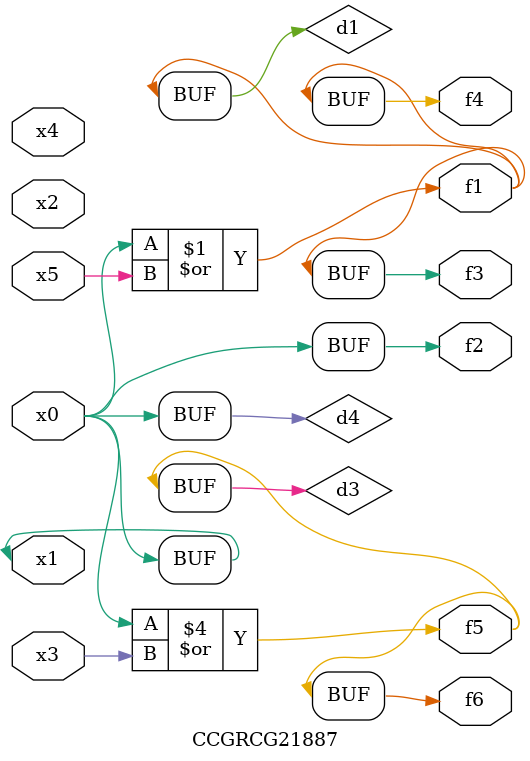
<source format=v>
module CCGRCG21887(
	input x0, x1, x2, x3, x4, x5,
	output f1, f2, f3, f4, f5, f6
);

	wire d1, d2, d3, d4;

	or (d1, x0, x5);
	xnor (d2, x1, x4);
	or (d3, x0, x3);
	buf (d4, x0, x1);
	assign f1 = d1;
	assign f2 = d4;
	assign f3 = d1;
	assign f4 = d1;
	assign f5 = d3;
	assign f6 = d3;
endmodule

</source>
